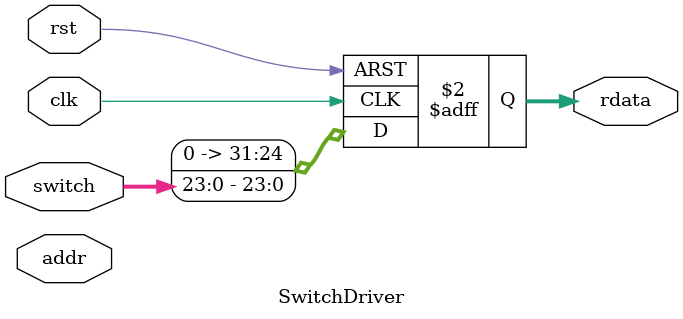
<source format=v>
module SwitchDriver (
    input  wire        rst,
    input  wire        clk,
    input  wire [11:0] addr,
    input  wire [23:0] switch,
    output reg  [31:0] rdata
);

  always @(posedge clk or posedge rst) begin
    if (rst) rdata <= 32'd0;
    else rdata <= {8'd0, switch};
  end


endmodule

</source>
